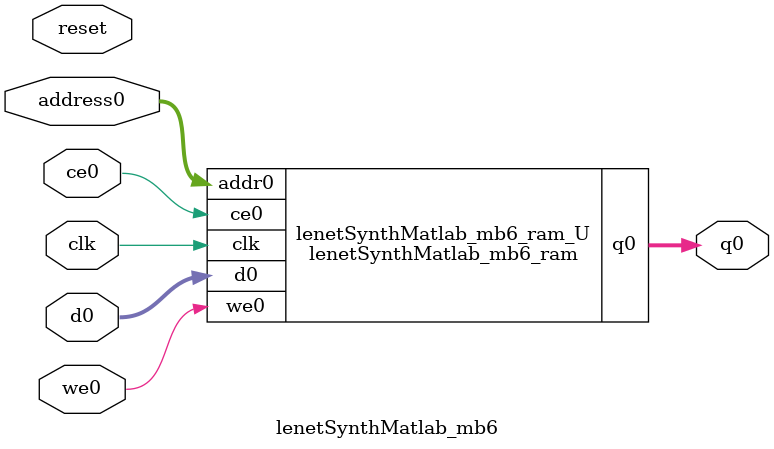
<source format=v>

`timescale 1 ns / 1 ps
module lenetSynthMatlab_mb6_ram (addr0, ce0, d0, we0, q0,  clk);

parameter DWIDTH = 32;
parameter AWIDTH = 3;
parameter MEM_SIZE = 5;

input[AWIDTH-1:0] addr0;
input ce0;
input[DWIDTH-1:0] d0;
input we0;
output reg[DWIDTH-1:0] q0;
input clk;

(* ram_style = "distributed" *)reg [DWIDTH-1:0] ram[0:MEM_SIZE-1];




always @(posedge clk)  
begin 
    if (ce0) 
    begin
        if (we0) 
        begin 
            ram[addr0] <= d0; 
            q0 <= d0;
        end 
        else 
            q0 <= ram[addr0];
    end
end


endmodule


`timescale 1 ns / 1 ps
module lenetSynthMatlab_mb6(
    reset,
    clk,
    address0,
    ce0,
    we0,
    d0,
    q0);

parameter DataWidth = 32'd32;
parameter AddressRange = 32'd5;
parameter AddressWidth = 32'd3;
input reset;
input clk;
input[AddressWidth - 1:0] address0;
input ce0;
input we0;
input[DataWidth - 1:0] d0;
output[DataWidth - 1:0] q0;



lenetSynthMatlab_mb6_ram lenetSynthMatlab_mb6_ram_U(
    .clk( clk ),
    .addr0( address0 ),
    .ce0( ce0 ),
    .we0( we0 ),
    .d0( d0 ),
    .q0( q0 ));

endmodule


</source>
